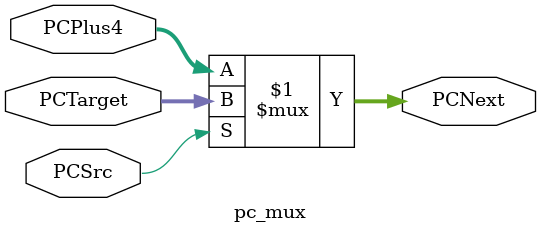
<source format=v>
module pc_mux(PCNext,PCSrc,PCTarget,PCPlus4);

output [31:0] PCNext;
input [31:0] PCTarget,PCPlus4;
input PCSrc;

assign PCNext = (PCSrc) ? PCTarget : PCPlus4;

endmodule
</source>
